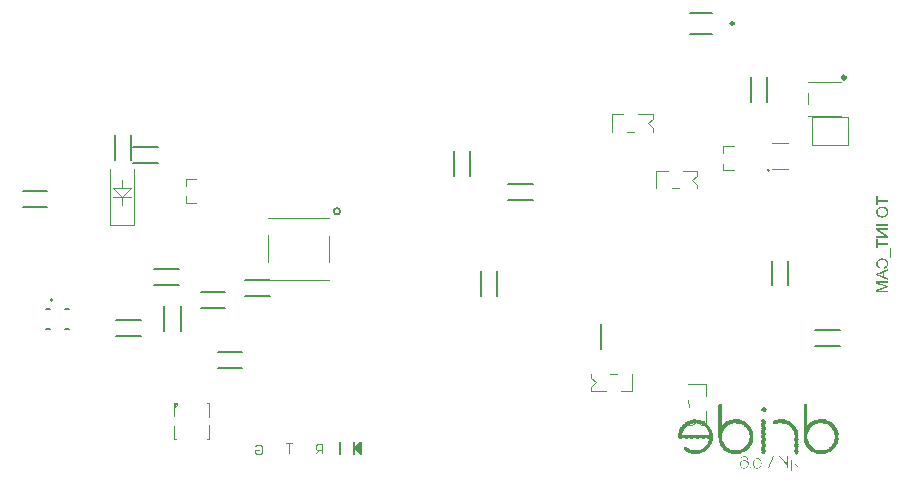
<source format=gbo>
G04*
G04 #@! TF.GenerationSoftware,Altium Limited,Altium Designer,22.2.1 (43)*
G04*
G04 Layer_Color=32896*
%FSLAX25Y25*%
%MOIN*%
G70*
G04*
G04 #@! TF.SameCoordinates,78EA78F8-FF88-446E-916A-2EA80F8DE5DB*
G04*
G04*
G04 #@! TF.FilePolarity,Positive*
G04*
G01*
G75*
%ADD11C,0.00394*%
%ADD15C,0.00787*%
%ADD16C,0.00984*%
%ADD19C,0.00591*%
%ADD20C,0.00394*%
%ADD21C,0.00602*%
%ADD23C,0.01181*%
%ADD134C,0.00500*%
G36*
X261151Y23949D02*
X261293D01*
Y23807D01*
X261718D01*
Y23665D01*
X261859D01*
Y23524D01*
Y23382D01*
Y23241D01*
X262001D01*
Y23099D01*
X261859D01*
Y22957D01*
Y22816D01*
Y22674D01*
X261718D01*
Y22532D01*
X261576D01*
Y22391D01*
X261435D01*
Y22249D01*
X261293D01*
Y22391D01*
X261151D01*
Y22249D01*
X260726D01*
Y22391D01*
X260585D01*
Y22532D01*
X260301D01*
Y22674D01*
Y22816D01*
X260160D01*
Y22957D01*
Y23099D01*
Y23241D01*
X260301D01*
Y23382D01*
X260160D01*
Y23524D01*
X260301D01*
Y23665D01*
X260443D01*
Y23807D01*
X260585D01*
Y23949D01*
X260726D01*
Y24091D01*
X260868D01*
Y23949D01*
X261010D01*
Y24091D01*
X261151D01*
Y23949D01*
D02*
G37*
G36*
X267577Y19916D02*
X267719D01*
Y19774D01*
X267861D01*
Y19916D01*
X268002D01*
Y19774D01*
X268427D01*
Y19633D01*
X268569D01*
Y19491D01*
X268711D01*
Y19633D01*
X268852D01*
Y19491D01*
X269277D01*
Y19349D01*
X269419D01*
Y19208D01*
X269561D01*
Y19066D01*
X269702D01*
Y18924D01*
X269844D01*
Y19066D01*
X269986D01*
Y18924D01*
X270127D01*
Y18783D01*
X270269D01*
Y18641D01*
X270410D01*
Y18499D01*
X270552D01*
Y18358D01*
X270694D01*
Y18216D01*
X270835D01*
Y18074D01*
X270977D01*
Y17933D01*
X271119D01*
Y17791D01*
X271260D01*
Y17649D01*
X271402D01*
Y17508D01*
X271544D01*
Y17366D01*
Y17224D01*
X271685D01*
Y17083D01*
Y16941D01*
X271827D01*
Y16799D01*
X271969D01*
Y16658D01*
X272110D01*
Y16516D01*
X271969D01*
Y16375D01*
X272110D01*
Y16233D01*
X272252D01*
Y16091D01*
Y15949D01*
Y15808D01*
X272394D01*
Y15666D01*
X272252D01*
Y15525D01*
X272394D01*
Y15383D01*
Y15241D01*
Y15100D01*
X272535D01*
Y14958D01*
Y14816D01*
Y14675D01*
Y14533D01*
Y14391D01*
Y14250D01*
Y14108D01*
Y13966D01*
Y13825D01*
X272677D01*
Y13683D01*
X272535D01*
Y13541D01*
Y13400D01*
Y13258D01*
X272677D01*
Y13116D01*
X272535D01*
Y12975D01*
Y12833D01*
Y12691D01*
X272677D01*
Y12550D01*
X272535D01*
Y12408D01*
Y12267D01*
Y12125D01*
X272677D01*
Y11983D01*
X272535D01*
Y11841D01*
Y11700D01*
Y11558D01*
X272677D01*
Y11417D01*
X272535D01*
Y11275D01*
Y11133D01*
Y10992D01*
X272677D01*
Y10850D01*
X272535D01*
Y10708D01*
Y10567D01*
Y10425D01*
X272677D01*
Y10283D01*
X272535D01*
Y10142D01*
Y10000D01*
Y9858D01*
X272677D01*
Y9717D01*
X272535D01*
Y9575D01*
Y9433D01*
Y9292D01*
X272677D01*
Y9150D01*
X272535D01*
Y9008D01*
Y8867D01*
Y8725D01*
Y8584D01*
X272394D01*
Y8442D01*
Y8300D01*
X271969D01*
Y8158D01*
X271827D01*
Y8300D01*
X271402D01*
Y8442D01*
X271260D01*
Y8584D01*
Y8725D01*
Y8867D01*
X271119D01*
Y9008D01*
X271260D01*
Y9150D01*
X271119D01*
Y9292D01*
X271260D01*
Y9433D01*
X271119D01*
Y9575D01*
X271260D01*
Y9717D01*
X271119D01*
Y9858D01*
X271260D01*
Y10000D01*
X271119D01*
Y10142D01*
X271260D01*
Y10283D01*
X271119D01*
Y10425D01*
X271260D01*
Y10567D01*
X271119D01*
Y10708D01*
X271260D01*
Y10850D01*
X271119D01*
Y10992D01*
X271260D01*
Y11133D01*
X271119D01*
Y11275D01*
X271260D01*
Y11417D01*
X271119D01*
Y11558D01*
X271260D01*
Y11700D01*
X271119D01*
Y11841D01*
X271260D01*
Y11983D01*
X271119D01*
Y12125D01*
X271260D01*
Y12267D01*
X271119D01*
Y12408D01*
X271260D01*
Y12550D01*
X271119D01*
Y12691D01*
X271260D01*
Y12833D01*
X271119D01*
Y12975D01*
X271260D01*
Y13116D01*
X271119D01*
Y13258D01*
X271260D01*
Y13400D01*
X271119D01*
Y13541D01*
X271260D01*
Y13683D01*
X271119D01*
Y13825D01*
X271260D01*
Y13966D01*
X271119D01*
Y14108D01*
X271260D01*
Y14250D01*
X271119D01*
Y14391D01*
X271260D01*
Y14533D01*
X271119D01*
Y14675D01*
X271260D01*
Y14816D01*
X271119D01*
Y14958D01*
X271260D01*
Y15100D01*
X271119D01*
Y15241D01*
Y15383D01*
Y15525D01*
X270977D01*
Y15666D01*
X270835D01*
Y15808D01*
X270977D01*
Y15949D01*
X270835D01*
Y16091D01*
X270694D01*
Y16233D01*
X270552D01*
Y16375D01*
X270694D01*
Y16516D01*
X270552D01*
Y16658D01*
X270410D01*
Y16799D01*
X270269D01*
Y16941D01*
X270127D01*
Y17083D01*
X269986D01*
Y17224D01*
X269844D01*
Y17366D01*
X269702D01*
Y17508D01*
X269561D01*
Y17649D01*
X269419D01*
Y17791D01*
X269277D01*
Y17933D01*
X269135D01*
Y18074D01*
X268994D01*
Y17933D01*
X268852D01*
Y18074D01*
X268711D01*
Y18216D01*
X268569D01*
Y18358D01*
X268144D01*
Y18499D01*
X267719D01*
Y18641D01*
X267577D01*
Y18499D01*
X267436D01*
Y18641D01*
X267294D01*
Y18499D01*
X267152D01*
Y18641D01*
X266727D01*
Y18783D01*
X266586D01*
Y18641D01*
X266161D01*
Y18783D01*
X266019D01*
Y18641D01*
X266161D01*
Y18499D01*
X266019D01*
Y18641D01*
X265878D01*
Y18499D01*
X265736D01*
Y18641D01*
X265594D01*
Y18499D01*
X265169D01*
Y18358D01*
X265028D01*
Y18216D01*
X264886D01*
Y18358D01*
X264744D01*
Y18216D01*
X264319D01*
Y18358D01*
X264178D01*
Y18499D01*
X264036D01*
Y18641D01*
X263894D01*
Y18783D01*
Y18924D01*
Y19066D01*
X264036D01*
Y19208D01*
Y19349D01*
Y19491D01*
X264461D01*
Y19633D01*
X264886D01*
Y19774D01*
X265311D01*
Y19916D01*
X265453D01*
Y19774D01*
X265594D01*
Y19916D01*
X265736D01*
Y20057D01*
X265878D01*
Y19916D01*
X266019D01*
Y20057D01*
X266161D01*
Y19916D01*
X266302D01*
Y20057D01*
X266444D01*
Y19916D01*
X266586D01*
Y20057D01*
X266727D01*
Y19916D01*
X266869D01*
Y20057D01*
X267011D01*
Y19916D01*
X267152D01*
Y20057D01*
X267294D01*
Y19916D01*
X267436D01*
Y20057D01*
X267577D01*
Y19916D01*
D02*
G37*
G36*
X261061D02*
X261203D01*
Y19774D01*
X261486D01*
Y19633D01*
Y19491D01*
X261628D01*
Y19349D01*
X261486D01*
Y19208D01*
X261628D01*
Y19066D01*
X261486D01*
Y18924D01*
X261628D01*
Y18783D01*
X261486D01*
Y18641D01*
X261628D01*
Y18499D01*
X261486D01*
Y18358D01*
X261628D01*
Y18216D01*
X261486D01*
Y18074D01*
X261628D01*
Y17933D01*
X261486D01*
Y17791D01*
X261628D01*
Y17649D01*
X261486D01*
Y17508D01*
X261628D01*
Y17366D01*
X261486D01*
Y17224D01*
X261628D01*
Y17083D01*
X261486D01*
Y16941D01*
X261628D01*
Y16799D01*
X261486D01*
Y16658D01*
X261628D01*
Y16516D01*
X261486D01*
Y16375D01*
X261628D01*
Y16233D01*
X261486D01*
Y16091D01*
X261628D01*
Y15949D01*
X261486D01*
Y15808D01*
X261628D01*
Y15666D01*
X261486D01*
Y15525D01*
X261628D01*
Y15383D01*
X261486D01*
Y15241D01*
X261628D01*
Y15100D01*
X261486D01*
Y14958D01*
X261628D01*
Y14816D01*
X261486D01*
Y14675D01*
X261628D01*
Y14533D01*
X261486D01*
Y14391D01*
X261628D01*
Y14250D01*
X261486D01*
Y14108D01*
X261628D01*
Y13966D01*
X261486D01*
Y13825D01*
X261628D01*
Y13683D01*
X261486D01*
Y13541D01*
X261628D01*
Y13400D01*
X261486D01*
Y13258D01*
X261628D01*
Y13116D01*
X261486D01*
Y12975D01*
X261628D01*
Y12833D01*
X261486D01*
Y12691D01*
X261628D01*
Y12550D01*
X261486D01*
Y12408D01*
X261628D01*
Y12267D01*
X261486D01*
Y12125D01*
X261628D01*
Y11983D01*
X261486D01*
Y11841D01*
X261628D01*
Y11700D01*
X261486D01*
Y11558D01*
X261628D01*
Y11417D01*
X261486D01*
Y11275D01*
X261628D01*
Y11133D01*
X261486D01*
Y10992D01*
X261628D01*
Y10850D01*
X261486D01*
Y10708D01*
X261628D01*
Y10567D01*
X261486D01*
Y10425D01*
X261628D01*
Y10283D01*
X261486D01*
Y10142D01*
X261628D01*
Y10000D01*
X261486D01*
Y9858D01*
X261628D01*
Y9717D01*
X261486D01*
Y9575D01*
X261628D01*
Y9433D01*
X261486D01*
Y9292D01*
X261628D01*
Y9150D01*
X261486D01*
Y9008D01*
X261628D01*
Y8867D01*
X261486D01*
Y8725D01*
X261628D01*
Y8584D01*
X261486D01*
Y8442D01*
X261345D01*
Y8300D01*
X260636D01*
Y8442D01*
X260495D01*
Y8584D01*
X260353D01*
Y8725D01*
X260211D01*
Y8867D01*
Y9008D01*
Y9150D01*
X260353D01*
Y9292D01*
X260211D01*
Y9433D01*
Y9575D01*
Y9717D01*
X260353D01*
Y9858D01*
X260211D01*
Y10000D01*
Y10142D01*
Y10283D01*
X260353D01*
Y10425D01*
X260211D01*
Y10567D01*
Y10708D01*
Y10850D01*
X260353D01*
Y10992D01*
X260211D01*
Y11133D01*
X260353D01*
Y11275D01*
X260211D01*
Y11417D01*
X260353D01*
Y11558D01*
X260211D01*
Y11700D01*
Y11841D01*
Y11983D01*
X260353D01*
Y12125D01*
X260211D01*
Y12267D01*
Y12408D01*
Y12550D01*
X260353D01*
Y12691D01*
X260211D01*
Y12833D01*
Y12975D01*
Y13116D01*
X260353D01*
Y13258D01*
X260211D01*
Y13400D01*
X260353D01*
Y13541D01*
X260211D01*
Y13683D01*
X260353D01*
Y13825D01*
X260211D01*
Y13966D01*
Y14108D01*
Y14250D01*
X260353D01*
Y14391D01*
X260211D01*
Y14533D01*
Y14675D01*
Y14816D01*
X260353D01*
Y14958D01*
X260211D01*
Y15100D01*
Y15241D01*
Y15383D01*
X260353D01*
Y15525D01*
X260211D01*
Y15666D01*
X260353D01*
Y15808D01*
X260211D01*
Y15949D01*
X260353D01*
Y16091D01*
X260211D01*
Y16233D01*
Y16375D01*
Y16516D01*
X260353D01*
Y16658D01*
X260211D01*
Y16799D01*
Y16941D01*
Y17083D01*
X260353D01*
Y17224D01*
X260211D01*
Y17366D01*
Y17508D01*
Y17649D01*
X260353D01*
Y17791D01*
X260211D01*
Y17933D01*
X260353D01*
Y18074D01*
X260211D01*
Y18216D01*
X260353D01*
Y18358D01*
X260211D01*
Y18499D01*
Y18641D01*
Y18783D01*
X260353D01*
Y18924D01*
X260211D01*
Y19066D01*
Y19208D01*
Y19349D01*
X260353D01*
Y19491D01*
X260211D01*
Y19633D01*
X260353D01*
Y19774D01*
X260495D01*
Y19916D01*
X260636D01*
Y20057D01*
X260778D01*
Y19916D01*
X260920D01*
Y20057D01*
X261061D01*
Y19916D01*
D02*
G37*
G36*
X239105Y19774D02*
X239530D01*
Y19633D01*
X239671D01*
Y19774D01*
X239813D01*
Y19633D01*
X239955D01*
Y19491D01*
X240380D01*
Y19349D01*
X240521D01*
Y19491D01*
X240663D01*
Y19349D01*
X240805D01*
Y19208D01*
X241230D01*
Y19066D01*
Y18924D01*
X241513D01*
Y18783D01*
X241654D01*
Y18641D01*
X241796D01*
Y18499D01*
X241938D01*
Y18358D01*
X242221D01*
Y18216D01*
Y18074D01*
X242505D01*
Y17933D01*
Y17791D01*
X242646D01*
Y17649D01*
X242788D01*
Y17508D01*
X242929D01*
Y17366D01*
X243071D01*
Y17224D01*
X243213D01*
Y17083D01*
Y16941D01*
Y16799D01*
X243354D01*
Y16658D01*
X243496D01*
Y16516D01*
Y16375D01*
Y16233D01*
X243638D01*
Y16091D01*
X243779D01*
Y15949D01*
X243638D01*
Y15808D01*
X243779D01*
Y15666D01*
Y15525D01*
Y15383D01*
X243921D01*
Y15241D01*
Y15100D01*
Y14958D01*
X244063D01*
Y14816D01*
X243921D01*
Y14675D01*
X244063D01*
Y14533D01*
X243921D01*
Y14391D01*
X244063D01*
Y14250D01*
X243921D01*
Y14108D01*
X244063D01*
Y13966D01*
X243921D01*
Y13825D01*
X244063D01*
Y13683D01*
X243921D01*
Y13541D01*
X244063D01*
Y13400D01*
X243921D01*
Y13258D01*
Y13116D01*
Y12975D01*
Y12833D01*
Y12691D01*
X243779D01*
Y12550D01*
Y12408D01*
Y12267D01*
X243638D01*
Y12125D01*
X243779D01*
Y11983D01*
X243638D01*
Y11841D01*
X243496D01*
Y11700D01*
X243354D01*
Y11558D01*
X243496D01*
Y11417D01*
X243354D01*
Y11275D01*
X243213D01*
Y11133D01*
X243071D01*
Y10992D01*
Y10850D01*
X242929D01*
Y10708D01*
Y10567D01*
X242788D01*
Y10425D01*
X242646D01*
Y10283D01*
X242505D01*
Y10142D01*
X242363D01*
Y10000D01*
X242221D01*
Y9858D01*
X242079D01*
Y9717D01*
X241938D01*
Y9575D01*
X241796D01*
Y9433D01*
X241654D01*
Y9292D01*
X241513D01*
Y9433D01*
X241371D01*
Y9292D01*
X241513D01*
Y9150D01*
X241088D01*
Y9008D01*
X240946D01*
Y8867D01*
X240521D01*
Y8725D01*
X240380D01*
Y8584D01*
X239671D01*
Y8442D01*
X239530D01*
Y8300D01*
X239388D01*
Y8442D01*
X239246D01*
Y8300D01*
X239105D01*
Y8442D01*
X238963D01*
Y8300D01*
X237405D01*
Y8442D01*
X237263D01*
Y8300D01*
X237122D01*
Y8442D01*
X236697D01*
Y8584D01*
X235988D01*
Y8725D01*
X235847D01*
Y8867D01*
X235422D01*
Y9008D01*
X235280D01*
Y9150D01*
X234997D01*
Y9292D01*
Y9433D01*
X234572D01*
Y9575D01*
X234430D01*
Y9717D01*
X234289D01*
Y9858D01*
Y10000D01*
Y10142D01*
Y10283D01*
Y10425D01*
X234430D01*
Y10567D01*
X234572D01*
Y10708D01*
X234714D01*
Y10850D01*
X234855D01*
Y10708D01*
X234997D01*
Y10850D01*
X235138D01*
Y10708D01*
X235280D01*
Y10567D01*
X235422D01*
Y10425D01*
X235847D01*
Y10283D01*
X235988D01*
Y10142D01*
X236130D01*
Y10000D01*
X236272D01*
Y9858D01*
X236413D01*
Y10000D01*
X236555D01*
Y9858D01*
X236980D01*
Y9717D01*
X237122D01*
Y9575D01*
X237263D01*
Y9717D01*
X237405D01*
Y9575D01*
X238963D01*
Y9717D01*
X239105D01*
Y9575D01*
X239246D01*
Y9717D01*
X239671D01*
Y9858D01*
X240096D01*
Y10000D01*
X240238D01*
Y10142D01*
X240663D01*
Y10283D01*
X240805D01*
Y10425D01*
X240946D01*
Y10567D01*
X241088D01*
Y10708D01*
X241230D01*
Y10850D01*
X241371D01*
Y10992D01*
X241654D01*
Y11133D01*
Y11275D01*
X241796D01*
Y11417D01*
X241938D01*
Y11558D01*
X242079D01*
Y11700D01*
X242221D01*
Y11841D01*
X242363D01*
Y11983D01*
X242221D01*
Y12125D01*
X242363D01*
Y12267D01*
X242505D01*
Y12408D01*
Y12550D01*
Y12691D01*
X242646D01*
Y12833D01*
Y12975D01*
Y13116D01*
X242788D01*
Y13258D01*
Y13400D01*
X242505D01*
Y13541D01*
X242363D01*
Y13400D01*
X242221D01*
Y13541D01*
X242079D01*
Y13400D01*
X241938D01*
Y13541D01*
X241796D01*
Y13400D01*
X241654D01*
Y13541D01*
X241513D01*
Y13400D01*
X241371D01*
Y13541D01*
X241230D01*
Y13400D01*
X241088D01*
Y13541D01*
X240946D01*
Y13400D01*
X240805D01*
Y13541D01*
X240663D01*
Y13400D01*
X240521D01*
Y13541D01*
X240380D01*
Y13400D01*
X240238D01*
Y13541D01*
X240096D01*
Y13400D01*
X239955D01*
Y13541D01*
X239813D01*
Y13400D01*
X239671D01*
Y13541D01*
X239530D01*
Y13400D01*
X239388D01*
Y13541D01*
X239246D01*
Y13400D01*
X239105D01*
Y13541D01*
X238963D01*
Y13400D01*
X238822D01*
Y13541D01*
X238680D01*
Y13400D01*
X238538D01*
Y13541D01*
X238397D01*
Y13400D01*
X238255D01*
Y13541D01*
X238113D01*
Y13400D01*
X237971D01*
Y13541D01*
X237830D01*
Y13400D01*
X237688D01*
Y13541D01*
X237547D01*
Y13400D01*
X237405D01*
Y13541D01*
X237263D01*
Y13400D01*
X237122D01*
Y13541D01*
X236980D01*
Y13400D01*
X236838D01*
Y13541D01*
X236697D01*
Y13400D01*
X236555D01*
Y13541D01*
X236413D01*
Y13400D01*
X236272D01*
Y13541D01*
X236130D01*
Y13400D01*
X235988D01*
Y13541D01*
X235847D01*
Y13400D01*
X235705D01*
Y13541D01*
X235563D01*
Y13400D01*
X235422D01*
Y13541D01*
X235280D01*
Y13400D01*
X235138D01*
Y13541D01*
X234997D01*
Y13400D01*
X234855D01*
Y13541D01*
X234714D01*
Y13400D01*
X234572D01*
Y13541D01*
X234430D01*
Y13400D01*
X234289D01*
Y13541D01*
X234147D01*
Y13400D01*
X234005D01*
Y13541D01*
X233863D01*
Y13400D01*
X233722D01*
Y13541D01*
X233580D01*
Y13400D01*
X233439D01*
Y13541D01*
X233297D01*
Y13400D01*
X233155D01*
Y13541D01*
X233014D01*
Y13400D01*
X232872D01*
Y13541D01*
X232730D01*
Y13683D01*
X232589D01*
Y13825D01*
X232447D01*
Y13966D01*
X232305D01*
Y14108D01*
X232447D01*
Y14250D01*
X232305D01*
Y14391D01*
X232447D01*
Y14533D01*
X232305D01*
Y14675D01*
X232447D01*
Y14816D01*
X232305D01*
Y14958D01*
X232447D01*
Y15100D01*
Y15241D01*
Y15383D01*
X232589D01*
Y15525D01*
Y15666D01*
Y15808D01*
X232730D01*
Y15949D01*
Y16091D01*
Y16233D01*
X232872D01*
Y16375D01*
Y16516D01*
Y16658D01*
X233014D01*
Y16799D01*
X233155D01*
Y16941D01*
X233297D01*
Y17083D01*
X233155D01*
Y17224D01*
X233297D01*
Y17366D01*
X233439D01*
Y17508D01*
X233580D01*
Y17649D01*
X233722D01*
Y17791D01*
X233863D01*
Y17933D01*
X234005D01*
Y18074D01*
X234147D01*
Y18216D01*
X234289D01*
Y18358D01*
X234430D01*
Y18499D01*
X234572D01*
Y18641D01*
X234714D01*
Y18783D01*
X234855D01*
Y18924D01*
X235280D01*
Y19066D01*
X235422D01*
Y19208D01*
X235563D01*
Y19349D01*
X235705D01*
Y19491D01*
X235847D01*
Y19349D01*
X235988D01*
Y19491D01*
X236413D01*
Y19633D01*
X236555D01*
Y19774D01*
X236697D01*
Y19633D01*
X236838D01*
Y19774D01*
X237263D01*
Y19916D01*
X237405D01*
Y19774D01*
X237547D01*
Y19916D01*
X237688D01*
Y19774D01*
X237830D01*
Y19916D01*
X237971D01*
Y19774D01*
X238113D01*
Y19916D01*
X238255D01*
Y19774D01*
X238397D01*
Y19916D01*
X238538D01*
Y19774D01*
X238680D01*
Y19916D01*
X238822D01*
Y19774D01*
X238963D01*
Y19916D01*
X239105D01*
Y19774D01*
D02*
G37*
G36*
X246613Y25015D02*
X246754D01*
Y24874D01*
X246896D01*
Y24732D01*
X247037D01*
Y24590D01*
X247179D01*
Y24449D01*
X247037D01*
Y24307D01*
X247179D01*
Y24166D01*
X247037D01*
Y24024D01*
X247179D01*
Y23882D01*
X247037D01*
Y23741D01*
X247179D01*
Y23599D01*
X247037D01*
Y23457D01*
X247179D01*
Y23315D01*
X247037D01*
Y23174D01*
X247179D01*
Y23032D01*
X247037D01*
Y22891D01*
X247179D01*
Y22749D01*
X247037D01*
Y22607D01*
X247179D01*
Y22466D01*
X247037D01*
Y22324D01*
X247179D01*
Y22182D01*
X247037D01*
Y22041D01*
X247179D01*
Y21899D01*
X247037D01*
Y21757D01*
X247179D01*
Y21616D01*
X247037D01*
Y21474D01*
X247179D01*
Y21332D01*
X247037D01*
Y21191D01*
X247179D01*
Y21049D01*
X247037D01*
Y20907D01*
X247179D01*
Y20766D01*
X247037D01*
Y20624D01*
X247179D01*
Y20482D01*
X247037D01*
Y20341D01*
X247179D01*
Y20199D01*
X247037D01*
Y20057D01*
X247179D01*
Y19916D01*
X247037D01*
Y19774D01*
X247179D01*
Y19633D01*
X247037D01*
Y19491D01*
X247179D01*
Y19349D01*
X247037D01*
Y19208D01*
X247179D01*
Y19066D01*
X247037D01*
Y18924D01*
X247179D01*
Y18783D01*
X247037D01*
Y18641D01*
X247179D01*
Y18499D01*
X247037D01*
Y18358D01*
X247179D01*
Y18216D01*
X247037D01*
Y18074D01*
X247179D01*
Y17933D01*
X247321D01*
Y18074D01*
X247462D01*
Y18216D01*
Y18358D01*
X247746D01*
Y18499D01*
X247887D01*
Y18641D01*
X248029D01*
Y18783D01*
X248171D01*
Y18924D01*
X248312D01*
Y19066D01*
X248454D01*
Y19208D01*
X248596D01*
Y19066D01*
X248737D01*
Y19208D01*
X248879D01*
Y19349D01*
X249021D01*
Y19491D01*
X249446D01*
Y19633D01*
X249870D01*
Y19774D01*
X250295D01*
Y19916D01*
X250437D01*
Y19774D01*
X250579D01*
Y19916D01*
X250720D01*
Y19774D01*
X250862D01*
Y19916D01*
X251004D01*
Y20057D01*
X251145D01*
Y19916D01*
X251287D01*
Y20057D01*
X251429D01*
Y19916D01*
X251570D01*
Y20057D01*
X251712D01*
Y19916D01*
X251854D01*
Y20057D01*
X251995D01*
Y19916D01*
X252137D01*
Y20057D01*
X252279D01*
Y19916D01*
X252704D01*
Y19774D01*
X252845D01*
Y19916D01*
X252987D01*
Y19774D01*
X253412D01*
Y19633D01*
X253554D01*
Y19774D01*
X253695D01*
Y19633D01*
X253837D01*
Y19491D01*
X254262D01*
Y19349D01*
X254403D01*
Y19208D01*
X254828D01*
Y19066D01*
X254970D01*
Y18924D01*
X255112D01*
Y18783D01*
X255253D01*
Y18641D01*
X255395D01*
Y18499D01*
X255537D01*
Y18358D01*
X255678D01*
Y18216D01*
X255820D01*
Y18074D01*
X255962D01*
Y17933D01*
X256103D01*
Y17791D01*
X256245D01*
Y17649D01*
X256387D01*
Y17508D01*
X256528D01*
Y17366D01*
Y17224D01*
X256812D01*
Y17083D01*
X256670D01*
Y16941D01*
X256812D01*
Y16799D01*
X256953D01*
Y16658D01*
X257095D01*
Y16516D01*
X256953D01*
Y16375D01*
X257095D01*
Y16233D01*
Y16091D01*
X257237D01*
Y15949D01*
Y15808D01*
X257378D01*
Y15666D01*
X257237D01*
Y15525D01*
X257378D01*
Y15383D01*
Y15241D01*
Y15100D01*
X257520D01*
Y14958D01*
X257378D01*
Y14816D01*
X257520D01*
Y14675D01*
Y14533D01*
Y14391D01*
Y14250D01*
Y14108D01*
Y13966D01*
Y13825D01*
Y13683D01*
Y13541D01*
Y13400D01*
Y13258D01*
X257378D01*
Y13116D01*
Y12975D01*
Y12833D01*
X257237D01*
Y12691D01*
X257378D01*
Y12550D01*
X257237D01*
Y12408D01*
Y12267D01*
Y12125D01*
X257095D01*
Y11983D01*
Y11841D01*
Y11700D01*
X256953D01*
Y11558D01*
Y11417D01*
X256812D01*
Y11275D01*
Y11133D01*
X256670D01*
Y10992D01*
X256528D01*
Y10850D01*
X256387D01*
Y10708D01*
X256528D01*
Y10567D01*
X256245D01*
Y10425D01*
Y10283D01*
X256103D01*
Y10142D01*
X255962D01*
Y10000D01*
X255820D01*
Y9858D01*
X255678D01*
Y9717D01*
X255537D01*
Y9575D01*
X255395D01*
Y9433D01*
X254970D01*
Y9292D01*
X254828D01*
Y9150D01*
X254687D01*
Y9008D01*
X254545D01*
Y8867D01*
X254120D01*
Y8725D01*
X253978D01*
Y8867D01*
X253837D01*
Y8725D01*
X253978D01*
Y8584D01*
X253270D01*
Y8442D01*
X253129D01*
Y8300D01*
X252987D01*
Y8442D01*
X252845D01*
Y8300D01*
X250437D01*
Y8442D01*
X250295D01*
Y8300D01*
X250154D01*
Y8442D01*
X250012D01*
Y8584D01*
X249587D01*
Y8725D01*
X249446D01*
Y8867D01*
X249304D01*
Y8725D01*
X249446D01*
Y8584D01*
X249304D01*
Y8725D01*
X249162D01*
Y8867D01*
X248737D01*
Y9008D01*
X248596D01*
Y9150D01*
X248454D01*
Y9292D01*
X248312D01*
Y9433D01*
X247887D01*
Y9575D01*
Y9717D01*
X247604D01*
Y9858D01*
X247462D01*
Y10000D01*
X247321D01*
Y10142D01*
Y10283D01*
X247037D01*
Y10425D01*
X247179D01*
Y10567D01*
X246896D01*
Y10708D01*
Y10850D01*
X246754D01*
Y10992D01*
X246613D01*
Y11133D01*
X246471D01*
Y11275D01*
Y11417D01*
Y11558D01*
X246329D01*
Y11700D01*
X246187D01*
Y11841D01*
X246329D01*
Y11983D01*
X246187D01*
Y12125D01*
X246046D01*
Y12267D01*
Y12408D01*
Y12550D01*
X245904D01*
Y12691D01*
X246046D01*
Y12833D01*
X245904D01*
Y12975D01*
Y13116D01*
Y13258D01*
X245762D01*
Y13400D01*
X245904D01*
Y13541D01*
X245762D01*
Y13683D01*
Y13825D01*
Y13966D01*
Y14108D01*
Y14250D01*
Y14391D01*
Y14533D01*
Y14675D01*
Y14816D01*
Y14958D01*
Y15100D01*
Y15241D01*
Y15383D01*
Y15525D01*
Y15666D01*
Y15808D01*
Y15949D01*
Y16091D01*
Y16233D01*
Y16375D01*
Y16516D01*
Y16658D01*
Y16799D01*
Y16941D01*
Y17083D01*
Y17224D01*
Y17366D01*
Y17508D01*
Y17649D01*
Y17791D01*
Y17933D01*
Y18074D01*
Y18216D01*
Y18358D01*
Y18499D01*
Y18641D01*
Y18783D01*
Y18924D01*
Y19066D01*
Y19208D01*
Y19349D01*
Y19491D01*
Y19633D01*
Y19774D01*
Y19916D01*
Y20057D01*
Y20199D01*
Y20341D01*
Y20482D01*
Y20624D01*
Y20766D01*
Y20907D01*
Y21049D01*
Y21191D01*
Y21332D01*
Y21474D01*
Y21616D01*
Y21757D01*
Y21899D01*
Y22041D01*
Y22182D01*
Y22324D01*
Y22466D01*
Y22607D01*
Y22749D01*
Y22891D01*
Y23032D01*
Y23174D01*
Y23315D01*
Y23457D01*
Y23599D01*
Y23741D01*
Y23882D01*
Y24024D01*
Y24166D01*
Y24307D01*
Y24449D01*
Y24590D01*
X245904D01*
Y24732D01*
Y24874D01*
X246329D01*
Y25015D01*
X246471D01*
Y25157D01*
X246613D01*
Y25015D01*
D02*
G37*
G36*
X277777Y8584D02*
X277635D01*
Y8725D01*
X277777D01*
Y8584D01*
D02*
G37*
G36*
X274943Y25015D02*
X275085D01*
Y24874D01*
X275368D01*
Y24732D01*
Y24590D01*
X275510D01*
Y24449D01*
Y24307D01*
Y24166D01*
Y24024D01*
Y23882D01*
Y23741D01*
Y23599D01*
Y23457D01*
Y23315D01*
Y23174D01*
Y23032D01*
Y22891D01*
Y22749D01*
Y22607D01*
Y22466D01*
Y22324D01*
Y22182D01*
Y22041D01*
Y21899D01*
Y21757D01*
Y21616D01*
Y21474D01*
Y21332D01*
Y21191D01*
Y21049D01*
Y20907D01*
Y20766D01*
Y20624D01*
Y20482D01*
Y20341D01*
Y20199D01*
Y20057D01*
Y19916D01*
Y19774D01*
Y19633D01*
Y19491D01*
Y19349D01*
Y19208D01*
Y19066D01*
Y18924D01*
Y18783D01*
Y18641D01*
Y18499D01*
Y18358D01*
Y18216D01*
Y18074D01*
Y17933D01*
X275652D01*
Y18074D01*
X275793D01*
Y18216D01*
X275935D01*
Y18358D01*
X276077D01*
Y18499D01*
X276218D01*
Y18641D01*
X276360D01*
Y18783D01*
X276502D01*
Y18924D01*
X276926D01*
Y19066D01*
X277068D01*
Y19208D01*
X277210D01*
Y19349D01*
X277351D01*
Y19491D01*
X277777D01*
Y19633D01*
X277918D01*
Y19491D01*
X278060D01*
Y19633D01*
X278201D01*
Y19774D01*
X278626D01*
Y19916D01*
X278768D01*
Y19774D01*
X278910D01*
Y19916D01*
X279051D01*
Y19774D01*
X279193D01*
Y19916D01*
X279335D01*
Y20057D01*
X279476D01*
Y19916D01*
X279618D01*
Y20057D01*
X279760D01*
Y19916D01*
X279901D01*
Y20057D01*
X280043D01*
Y19916D01*
X280185D01*
Y20057D01*
X280326D01*
Y19916D01*
X280468D01*
Y20057D01*
X280610D01*
Y19916D01*
X280751D01*
Y20057D01*
X280893D01*
Y19916D01*
X281034D01*
Y20057D01*
X281176D01*
Y19916D01*
X281318D01*
Y19774D01*
X281459D01*
Y19916D01*
X281601D01*
Y19774D01*
X282026D01*
Y19633D01*
X282168D01*
Y19491D01*
X282309D01*
Y19633D01*
X282451D01*
Y19491D01*
X282593D01*
Y19349D01*
X282734D01*
Y19491D01*
X282876D01*
Y19349D01*
X283018D01*
Y19208D01*
X283159D01*
Y19066D01*
X283301D01*
Y18924D01*
X283726D01*
Y18783D01*
X283868D01*
Y18641D01*
X284009D01*
Y18499D01*
X284151D01*
Y18358D01*
X284293D01*
Y18216D01*
X284434D01*
Y18074D01*
X284576D01*
Y17933D01*
X284717D01*
Y17791D01*
X284859D01*
Y17649D01*
X284717D01*
Y17508D01*
X284859D01*
Y17366D01*
X285001D01*
Y17224D01*
X285142D01*
Y17083D01*
X285284D01*
Y16941D01*
X285426D01*
Y16799D01*
X285284D01*
Y16658D01*
X285426D01*
Y16516D01*
X285567D01*
Y16375D01*
Y16233D01*
Y16091D01*
X285709D01*
Y15949D01*
Y15808D01*
Y15666D01*
X285851D01*
Y15525D01*
Y15383D01*
Y15241D01*
X285992D01*
Y15100D01*
X285851D01*
Y14958D01*
X285992D01*
Y14816D01*
X285851D01*
Y14675D01*
X285992D01*
Y14533D01*
X285851D01*
Y14391D01*
X285992D01*
Y14250D01*
X285851D01*
Y14108D01*
X285992D01*
Y13966D01*
X285851D01*
Y13825D01*
X285992D01*
Y13683D01*
X285851D01*
Y13541D01*
X285992D01*
Y13400D01*
X285851D01*
Y13258D01*
X285992D01*
Y13116D01*
X285851D01*
Y12975D01*
Y12833D01*
Y12691D01*
X285709D01*
Y12550D01*
Y12408D01*
Y12267D01*
X285567D01*
Y12125D01*
X285709D01*
Y11983D01*
X285567D01*
Y11841D01*
X285426D01*
Y11700D01*
Y11558D01*
Y11417D01*
X285284D01*
Y11275D01*
X285142D01*
Y11133D01*
X285001D01*
Y10992D01*
X285142D01*
Y10850D01*
X285001D01*
Y10708D01*
X284859D01*
Y10567D01*
X284717D01*
Y10425D01*
X284576D01*
Y10283D01*
X284434D01*
Y10142D01*
X284293D01*
Y10000D01*
X284151D01*
Y9858D01*
X284009D01*
Y9717D01*
X283868D01*
Y9575D01*
X283726D01*
Y9433D01*
X283584D01*
Y9292D01*
X283443D01*
Y9150D01*
X283018D01*
Y9008D01*
X282876D01*
Y8867D01*
X282451D01*
Y8725D01*
X282309D01*
Y8584D01*
X281885D01*
Y8442D01*
X281459D01*
Y8300D01*
X278768D01*
Y8442D01*
X278626D01*
Y8300D01*
X278485D01*
Y8442D01*
X278343D01*
Y8584D01*
X277918D01*
Y8725D01*
X277777D01*
Y8867D01*
X277351D01*
Y9008D01*
X276926D01*
Y9150D01*
X276785D01*
Y9292D01*
X276643D01*
Y9433D01*
X276502D01*
Y9575D01*
X276360D01*
Y9717D01*
X276077D01*
Y9858D01*
Y10000D01*
X275935D01*
Y10142D01*
X275793D01*
Y10283D01*
X275652D01*
Y10425D01*
X275510D01*
Y10567D01*
X275368D01*
Y10708D01*
X275227D01*
Y10850D01*
X275085D01*
Y10992D01*
Y11133D01*
X274943D01*
Y11275D01*
Y11417D01*
X274802D01*
Y11558D01*
Y11700D01*
X274660D01*
Y11841D01*
Y11983D01*
X274518D01*
Y12125D01*
Y12267D01*
Y12408D01*
X274377D01*
Y12550D01*
Y12691D01*
Y12833D01*
X274235D01*
Y12975D01*
X274377D01*
Y13116D01*
X274235D01*
Y13258D01*
X274377D01*
Y13400D01*
X274235D01*
Y13541D01*
Y13683D01*
Y13825D01*
X274377D01*
Y13966D01*
X274235D01*
Y14108D01*
Y14250D01*
Y14391D01*
X274377D01*
Y14533D01*
X274235D01*
Y14675D01*
Y14816D01*
Y14958D01*
X274377D01*
Y15100D01*
X274235D01*
Y15241D01*
Y15383D01*
Y15525D01*
X274377D01*
Y15666D01*
X274235D01*
Y15808D01*
Y15949D01*
Y16091D01*
X274377D01*
Y16233D01*
X274235D01*
Y16375D01*
Y16516D01*
Y16658D01*
X274377D01*
Y16799D01*
X274235D01*
Y16941D01*
Y17083D01*
Y17224D01*
X274377D01*
Y17366D01*
X274235D01*
Y17508D01*
Y17649D01*
Y17791D01*
X274377D01*
Y17933D01*
X274235D01*
Y18074D01*
Y18216D01*
Y18358D01*
X274377D01*
Y18499D01*
X274235D01*
Y18641D01*
Y18783D01*
Y18924D01*
X274377D01*
Y19066D01*
X274235D01*
Y19208D01*
Y19349D01*
Y19491D01*
X274377D01*
Y19633D01*
X274235D01*
Y19774D01*
Y19916D01*
Y20057D01*
X274377D01*
Y20199D01*
X274235D01*
Y20341D01*
Y20482D01*
Y20624D01*
X274377D01*
Y20766D01*
X274235D01*
Y20907D01*
Y21049D01*
Y21191D01*
X274377D01*
Y21332D01*
X274235D01*
Y21474D01*
Y21616D01*
Y21757D01*
X274377D01*
Y21899D01*
X274235D01*
Y22041D01*
Y22182D01*
Y22324D01*
X274377D01*
Y22466D01*
X274235D01*
Y22607D01*
Y22749D01*
Y22891D01*
X274377D01*
Y23032D01*
X274235D01*
Y23174D01*
Y23315D01*
Y23457D01*
X274377D01*
Y23599D01*
X274235D01*
Y23741D01*
Y23882D01*
Y24024D01*
X274377D01*
Y24166D01*
X274235D01*
Y24307D01*
Y24449D01*
Y24590D01*
X274377D01*
Y24732D01*
Y24874D01*
X274660D01*
Y25015D01*
X274802D01*
Y25157D01*
X274943D01*
Y25015D01*
D02*
G37*
G36*
X298989Y92995D02*
X302374D01*
Y92484D01*
X298989D01*
Y91219D01*
X298534D01*
Y94260D01*
X298989D01*
Y92995D01*
D02*
G37*
G36*
X300698Y90836D02*
X300870Y90813D01*
X301037Y90780D01*
X301109Y90758D01*
X301181Y90736D01*
X301242Y90719D01*
X301298Y90697D01*
X301348Y90680D01*
X301392Y90664D01*
X301425Y90653D01*
X301448Y90641D01*
X301464Y90630D01*
X301470D01*
X301631Y90536D01*
X301769Y90436D01*
X301891Y90325D01*
X301991Y90220D01*
X302075Y90125D01*
X302108Y90086D01*
X302130Y90053D01*
X302152Y90020D01*
X302169Y89998D01*
X302175Y89986D01*
X302180Y89981D01*
X302224Y89898D01*
X302263Y89814D01*
X302330Y89648D01*
X302374Y89487D01*
X302408Y89337D01*
X302419Y89265D01*
X302424Y89204D01*
X302435Y89148D01*
Y89099D01*
X302441Y89065D01*
Y89010D01*
X302430Y88827D01*
X302402Y88655D01*
X302369Y88494D01*
X302347Y88421D01*
X302324Y88355D01*
X302302Y88294D01*
X302280Y88238D01*
X302263Y88194D01*
X302247Y88155D01*
X302230Y88122D01*
X302219Y88094D01*
X302208Y88083D01*
Y88077D01*
X302108Y87922D01*
X301997Y87789D01*
X301880Y87678D01*
X301769Y87583D01*
X301664Y87506D01*
X301625Y87478D01*
X301586Y87456D01*
X301553Y87433D01*
X301531Y87422D01*
X301514Y87411D01*
X301509D01*
X301420Y87367D01*
X301331Y87334D01*
X301153Y87273D01*
X300976Y87228D01*
X300815Y87200D01*
X300743Y87195D01*
X300676Y87184D01*
X300615Y87178D01*
X300565D01*
X300521Y87173D01*
X300493D01*
X300471D01*
X300465D01*
X300254Y87184D01*
X300060Y87206D01*
X299971Y87223D01*
X299882Y87245D01*
X299805Y87267D01*
X299733Y87284D01*
X299666Y87306D01*
X299605Y87328D01*
X299555Y87345D01*
X299511Y87367D01*
X299477Y87378D01*
X299455Y87389D01*
X299438Y87400D01*
X299433D01*
X299272Y87489D01*
X299128Y87594D01*
X299006Y87705D01*
X298906Y87805D01*
X298828Y87900D01*
X298795Y87944D01*
X298767Y87977D01*
X298750Y88011D01*
X298734Y88033D01*
X298728Y88044D01*
X298723Y88050D01*
X298678Y88133D01*
X298639Y88216D01*
X298573Y88377D01*
X298528Y88543D01*
X298500Y88688D01*
X298489Y88754D01*
X298478Y88821D01*
X298473Y88871D01*
Y88921D01*
X298467Y88960D01*
Y89010D01*
X298473Y89160D01*
X298489Y89298D01*
X298517Y89432D01*
X298550Y89559D01*
X298595Y89676D01*
X298639Y89787D01*
X298689Y89887D01*
X298739Y89975D01*
X298789Y90059D01*
X298839Y90131D01*
X298883Y90192D01*
X298928Y90242D01*
X298961Y90281D01*
X298989Y90314D01*
X299006Y90331D01*
X299011Y90336D01*
X299116Y90425D01*
X299227Y90503D01*
X299350Y90575D01*
X299472Y90630D01*
X299599Y90680D01*
X299722Y90725D01*
X299844Y90758D01*
X299960Y90780D01*
X300071Y90802D01*
X300177Y90819D01*
X300271Y90830D01*
X300349Y90841D01*
X300415D01*
X300465Y90847D01*
X300499D01*
X300504D01*
X300510D01*
X300698Y90836D01*
D02*
G37*
G36*
X302374Y84431D02*
X298534D01*
Y84942D01*
X302374D01*
Y84431D01*
D02*
G37*
G36*
Y83049D02*
X299361D01*
X302374Y81040D01*
Y80513D01*
X298534D01*
Y81001D01*
X301553D01*
X298534Y83016D01*
Y83537D01*
X302374D01*
Y83049D01*
D02*
G37*
G36*
X298989Y78681D02*
X302374D01*
Y78171D01*
X298989D01*
Y76905D01*
X298534D01*
Y79947D01*
X298989D01*
Y78681D01*
D02*
G37*
G36*
X303440Y73753D02*
X303101D01*
Y76877D01*
X303440D01*
Y73753D01*
D02*
G37*
G36*
X300626Y73531D02*
X300820Y73509D01*
X300992Y73481D01*
X301076Y73459D01*
X301148Y73442D01*
X301214Y73425D01*
X301275Y73403D01*
X301331Y73386D01*
X301375Y73375D01*
X301409Y73359D01*
X301436Y73353D01*
X301453Y73342D01*
X301459D01*
X301625Y73259D01*
X301775Y73164D01*
X301903Y73065D01*
X301953Y73015D01*
X302003Y72970D01*
X302047Y72926D01*
X302086Y72881D01*
X302119Y72843D01*
X302141Y72809D01*
X302164Y72787D01*
X302180Y72765D01*
X302186Y72754D01*
X302191Y72748D01*
X302236Y72671D01*
X302274Y72593D01*
X302336Y72426D01*
X302380Y72260D01*
X302408Y72099D01*
X302419Y72021D01*
X302430Y71955D01*
X302435Y71894D01*
Y71843D01*
X302441Y71799D01*
Y71738D01*
X302435Y71627D01*
X302424Y71522D01*
X302413Y71422D01*
X302391Y71327D01*
X302363Y71239D01*
X302336Y71155D01*
X302308Y71078D01*
X302274Y71005D01*
X302247Y70944D01*
X302219Y70883D01*
X302191Y70839D01*
X302164Y70795D01*
X302141Y70767D01*
X302130Y70739D01*
X302119Y70728D01*
X302114Y70722D01*
X302047Y70645D01*
X301980Y70578D01*
X301903Y70517D01*
X301825Y70456D01*
X301670Y70356D01*
X301514Y70278D01*
X301442Y70245D01*
X301375Y70217D01*
X301314Y70195D01*
X301264Y70179D01*
X301220Y70162D01*
X301187Y70151D01*
X301165Y70145D01*
X301159D01*
X301031Y70656D01*
X301120Y70678D01*
X301203Y70706D01*
X301281Y70733D01*
X301353Y70761D01*
X301420Y70795D01*
X301475Y70828D01*
X301531Y70867D01*
X301581Y70900D01*
X301625Y70928D01*
X301658Y70961D01*
X301692Y70989D01*
X301719Y71011D01*
X301736Y71033D01*
X301753Y71050D01*
X301758Y71055D01*
X301764Y71061D01*
X301808Y71117D01*
X301842Y71178D01*
X301903Y71300D01*
X301947Y71416D01*
X301975Y71533D01*
X301997Y71633D01*
X302003Y71671D01*
Y71710D01*
X302008Y71744D01*
Y71782D01*
X302003Y71910D01*
X301980Y72032D01*
X301953Y72143D01*
X301919Y72243D01*
X301886Y72321D01*
X301869Y72354D01*
X301858Y72382D01*
X301847Y72404D01*
X301836Y72421D01*
X301831Y72432D01*
Y72437D01*
X301753Y72543D01*
X301670Y72632D01*
X301575Y72709D01*
X301486Y72770D01*
X301409Y72820D01*
X301342Y72854D01*
X301314Y72865D01*
X301298Y72876D01*
X301287Y72881D01*
X301281D01*
X301137Y72926D01*
X300992Y72959D01*
X300848Y72987D01*
X300715Y73004D01*
X300654Y73009D01*
X300598Y73015D01*
X300548D01*
X300510Y73020D01*
X300476D01*
X300448D01*
X300432D01*
X300426D01*
X300282Y73015D01*
X300149Y73004D01*
X300027Y72981D01*
X299916Y72959D01*
X299821Y72942D01*
X299782Y72931D01*
X299749Y72920D01*
X299722Y72915D01*
X299705Y72909D01*
X299694Y72904D01*
X299688D01*
X299560Y72848D01*
X299444Y72787D01*
X299350Y72720D01*
X299266Y72648D01*
X299200Y72587D01*
X299155Y72537D01*
X299128Y72498D01*
X299116Y72493D01*
Y72487D01*
X299044Y72371D01*
X298989Y72243D01*
X298950Y72121D01*
X298928Y72004D01*
X298911Y71899D01*
X298906Y71855D01*
Y71816D01*
X298900Y71788D01*
Y71744D01*
X298906Y71605D01*
X298928Y71477D01*
X298961Y71372D01*
X298994Y71277D01*
X299033Y71205D01*
X299061Y71150D01*
X299083Y71117D01*
X299094Y71105D01*
X299178Y71017D01*
X299272Y70933D01*
X299372Y70867D01*
X299472Y70811D01*
X299560Y70767D01*
X299605Y70750D01*
X299638Y70739D01*
X299666Y70728D01*
X299688Y70717D01*
X299699Y70711D01*
X299705D01*
X299588Y70212D01*
X299488Y70245D01*
X299400Y70278D01*
X299316Y70323D01*
X299233Y70362D01*
X299161Y70406D01*
X299094Y70456D01*
X299028Y70500D01*
X298972Y70545D01*
X298928Y70589D01*
X298883Y70628D01*
X298845Y70667D01*
X298817Y70695D01*
X298789Y70722D01*
X298772Y70745D01*
X298767Y70756D01*
X298761Y70761D01*
X298711Y70839D01*
X298661Y70917D01*
X298623Y70994D01*
X298589Y71078D01*
X298539Y71244D01*
X298506Y71394D01*
X298489Y71466D01*
X298484Y71527D01*
X298478Y71588D01*
X298473Y71638D01*
X298467Y71677D01*
Y71732D01*
X298478Y71916D01*
X298506Y72093D01*
X298539Y72249D01*
X298562Y72321D01*
X298584Y72387D01*
X298606Y72448D01*
X298628Y72504D01*
X298645Y72548D01*
X298661Y72593D01*
X298678Y72620D01*
X298689Y72643D01*
X298695Y72659D01*
X298700Y72665D01*
X298795Y72815D01*
X298906Y72942D01*
X299017Y73053D01*
X299128Y73148D01*
X299227Y73220D01*
X299272Y73248D01*
X299311Y73270D01*
X299339Y73292D01*
X299361Y73303D01*
X299377Y73309D01*
X299383Y73314D01*
X299555Y73392D01*
X299733Y73448D01*
X299910Y73486D01*
X300071Y73514D01*
X300143Y73525D01*
X300215Y73531D01*
X300271Y73536D01*
X300326D01*
X300365Y73542D01*
X300399D01*
X300421D01*
X300426D01*
X300626Y73531D01*
D02*
G37*
G36*
X302374Y69402D02*
X301209Y68985D01*
Y67376D01*
X302374Y66926D01*
Y66349D01*
X298534Y67920D01*
Y68475D01*
X302374Y69940D01*
Y69402D01*
D02*
G37*
G36*
Y65467D02*
X299105D01*
X302374Y64357D01*
Y63902D01*
X299161Y62780D01*
X302374D01*
Y62292D01*
X298534D01*
Y62975D01*
X301209Y63896D01*
X301353Y63946D01*
X301475Y63985D01*
X301581Y64024D01*
X301670Y64051D01*
X301736Y64073D01*
X301786Y64090D01*
X301814Y64096D01*
X301825Y64101D01*
X301747Y64123D01*
X301658Y64151D01*
X301564Y64184D01*
X301470Y64212D01*
X301386Y64240D01*
X301320Y64262D01*
X301292Y64273D01*
X301275Y64279D01*
X301264Y64284D01*
X301259D01*
X298534Y65195D01*
Y65955D01*
X302374D01*
Y65467D01*
D02*
G37*
G36*
X254518Y7647D02*
X254598Y7639D01*
X254707Y7618D01*
X254824Y7588D01*
X254955Y7537D01*
X255086Y7472D01*
X255217Y7377D01*
X255232Y7362D01*
X255268Y7326D01*
X255334Y7260D01*
X255407Y7166D01*
X255487Y7049D01*
X255567Y6903D01*
X255655Y6736D01*
X255728Y6539D01*
Y6532D01*
X255735Y6510D01*
X255742Y6480D01*
X255757Y6437D01*
X255771Y6378D01*
X255786Y6313D01*
X255801Y6240D01*
X255815Y6145D01*
X255837Y6050D01*
X255852Y5941D01*
X255866Y5824D01*
X255881Y5693D01*
X255895Y5555D01*
X255903Y5409D01*
X255910Y5256D01*
Y5095D01*
Y5088D01*
Y5074D01*
Y5052D01*
Y5015D01*
X255903Y4971D01*
Y4920D01*
X255888Y4804D01*
X255866Y4673D01*
X255830Y4534D01*
X255786Y4388D01*
X255720Y4250D01*
Y4242D01*
X255713Y4235D01*
X255684Y4191D01*
X255640Y4126D01*
X255582Y4046D01*
X255509Y3958D01*
X255414Y3863D01*
X255312Y3776D01*
X255195Y3696D01*
X255188D01*
X255181Y3688D01*
X255137Y3667D01*
X255072Y3637D01*
X254977Y3601D01*
X254875Y3564D01*
X254744Y3535D01*
X254605Y3513D01*
X254459Y3506D01*
X254394D01*
X254313Y3513D01*
X254219Y3528D01*
X254109Y3550D01*
X253985Y3586D01*
X253861Y3630D01*
X253737Y3688D01*
X253730D01*
X253723Y3696D01*
X253686Y3725D01*
X253628Y3768D01*
X253555Y3827D01*
X253475Y3900D01*
X253388Y3987D01*
X253300Y4082D01*
X253227Y4199D01*
Y4206D01*
X253220Y4213D01*
X253198Y4257D01*
X253162Y4323D01*
X253125Y4410D01*
X253096Y4512D01*
X253060Y4636D01*
X253038Y4767D01*
X253030Y4913D01*
Y4920D01*
Y4928D01*
Y4950D01*
Y4979D01*
X253038Y5052D01*
X253052Y5146D01*
X253074Y5248D01*
X253111Y5365D01*
X253154Y5489D01*
X253220Y5613D01*
Y5620D01*
X253227Y5627D01*
X253256Y5664D01*
X253300Y5722D01*
X253351Y5795D01*
X253424Y5875D01*
X253512Y5963D01*
X253614Y6050D01*
X253730Y6123D01*
X253745Y6131D01*
X253788Y6152D01*
X253854Y6189D01*
X253942Y6225D01*
X254044Y6254D01*
X254160Y6291D01*
X254299Y6313D01*
X254437Y6320D01*
X254488D01*
X254547Y6313D01*
X254627Y6306D01*
X254714Y6291D01*
X254809Y6269D01*
X254919Y6240D01*
X255020Y6196D01*
X255035Y6189D01*
X255064Y6174D01*
X255115Y6145D01*
X255181Y6109D01*
X255254Y6058D01*
X255334Y5999D01*
X255414Y5934D01*
X255494Y5853D01*
X255502Y5846D01*
X255523Y5817D01*
X255553Y5773D01*
X255589Y5715D01*
X255626Y5649D01*
X255647Y5569D01*
X255669Y5489D01*
Y5496D01*
X255662Y5555D01*
Y5613D01*
X255655Y5686D01*
X255647Y5766D01*
X255633Y5934D01*
X255604Y6116D01*
X255567Y6298D01*
X255516Y6480D01*
Y6488D01*
X255509Y6502D01*
X255502Y6524D01*
X255487Y6561D01*
X255451Y6641D01*
X255400Y6743D01*
X255341Y6859D01*
X255261Y6976D01*
X255174Y7085D01*
X255079Y7188D01*
X255064Y7195D01*
X255028Y7224D01*
X254970Y7260D01*
X254897Y7311D01*
X254802Y7355D01*
X254693Y7392D01*
X254576Y7421D01*
X254445Y7428D01*
X254386D01*
X254321Y7421D01*
X254240Y7406D01*
X254146Y7377D01*
X254044Y7348D01*
X253934Y7297D01*
X253832Y7231D01*
X253818Y7224D01*
X253788Y7195D01*
X253737Y7151D01*
X253679Y7093D01*
X253621Y7013D01*
X253555Y6918D01*
X253497Y6808D01*
X253446Y6685D01*
X253242Y6743D01*
Y6750D01*
X253249Y6765D01*
X253256Y6787D01*
X253264Y6816D01*
X253300Y6896D01*
X253351Y6998D01*
X253410Y7107D01*
X253490Y7217D01*
X253584Y7326D01*
X253701Y7421D01*
X253716Y7428D01*
X253759Y7457D01*
X253825Y7494D01*
X253912Y7537D01*
X254022Y7581D01*
X254153Y7618D01*
X254292Y7647D01*
X254445Y7654D01*
X254488D01*
X254518Y7647D01*
D02*
G37*
G36*
X268901Y3564D02*
X268675D01*
Y4826D01*
X267829Y5708D01*
X266152Y3564D01*
X265919D01*
X267683Y5839D01*
X265999Y7625D01*
X266240D01*
X268675Y5066D01*
Y7625D01*
X268901D01*
Y3564D01*
D02*
G37*
G36*
X262595D02*
X262391D01*
X260656Y7625D01*
X260874D01*
X262493Y3820D01*
X264119Y7625D01*
X264330D01*
X262595Y3564D01*
D02*
G37*
G36*
X256741D02*
X256515D01*
Y4024D01*
X256741D01*
Y3564D01*
D02*
G37*
G36*
X258979Y6940D02*
X259118Y6910D01*
X259249Y6874D01*
X259351Y6830D01*
X259446Y6787D01*
X259511Y6750D01*
X259555Y6721D01*
X259562Y6714D01*
X259570D01*
X259686Y6626D01*
X259781Y6524D01*
X259868Y6422D01*
X259941Y6320D01*
X260000Y6233D01*
X260036Y6167D01*
X260051Y6138D01*
X260065Y6116D01*
X260072Y6109D01*
Y6101D01*
X260131Y5956D01*
X260175Y5802D01*
X260204Y5657D01*
X260226Y5518D01*
X260240Y5401D01*
Y5350D01*
X260247Y5307D01*
Y5278D01*
Y5248D01*
Y5234D01*
Y5227D01*
X260240Y5044D01*
X260218Y4877D01*
X260189Y4724D01*
X260160Y4592D01*
X260131Y4483D01*
X260116Y4439D01*
X260102Y4403D01*
X260087Y4374D01*
X260080Y4352D01*
X260072Y4344D01*
Y4337D01*
X260000Y4199D01*
X259919Y4082D01*
X259832Y3973D01*
X259752Y3885D01*
X259679Y3820D01*
X259620Y3768D01*
X259584Y3732D01*
X259570Y3725D01*
X259446Y3652D01*
X259314Y3601D01*
X259190Y3557D01*
X259081Y3535D01*
X258979Y3521D01*
X258899Y3513D01*
X258870Y3506D01*
X258833D01*
X258680Y3513D01*
X258542Y3543D01*
X258418Y3579D01*
X258308Y3616D01*
X258221Y3659D01*
X258155Y3688D01*
X258112Y3717D01*
X258097Y3725D01*
X257980Y3820D01*
X257878Y3914D01*
X257791Y4016D01*
X257725Y4118D01*
X257667Y4206D01*
X257623Y4272D01*
X257609Y4301D01*
X257601Y4323D01*
X257594Y4330D01*
Y4337D01*
X257536Y4483D01*
X257492Y4636D01*
X257455Y4789D01*
X257434Y4928D01*
X257419Y5044D01*
Y5095D01*
X257412Y5139D01*
Y5175D01*
Y5205D01*
Y5219D01*
Y5227D01*
X257419Y5401D01*
X257441Y5569D01*
X257470Y5715D01*
X257499Y5846D01*
X257536Y5956D01*
X257550Y5999D01*
X257565Y6036D01*
X257579Y6065D01*
X257587Y6087D01*
X257594Y6094D01*
Y6101D01*
X257667Y6240D01*
X257747Y6364D01*
X257827Y6466D01*
X257907Y6553D01*
X257980Y6619D01*
X258046Y6670D01*
X258082Y6706D01*
X258090Y6714D01*
X258097D01*
X258221Y6794D01*
X258345Y6852D01*
X258469Y6889D01*
X258585Y6918D01*
X258687Y6932D01*
X258760Y6947D01*
X258833D01*
X258979Y6940D01*
D02*
G37*
G36*
X272290Y4133D02*
Y3965D01*
X270264D01*
Y2857D01*
X270031D01*
Y3965D01*
X269542D01*
Y4184D01*
X270031D01*
Y6852D01*
X270198D01*
X272290Y4133D01*
D02*
G37*
%LPC*%
G36*
X238397Y18783D02*
X238255D01*
Y18641D01*
X237830D01*
Y18783D01*
X237688D01*
Y18641D01*
X237547D01*
Y18499D01*
X237405D01*
Y18641D01*
X237263D01*
Y18499D01*
X236838D01*
Y18358D01*
X236413D01*
Y18216D01*
X236272D01*
Y18074D01*
X236130D01*
Y18216D01*
X235988D01*
Y18074D01*
X235847D01*
Y17933D01*
X235705D01*
Y17791D01*
X235563D01*
Y17649D01*
X235280D01*
Y17508D01*
X235138D01*
Y17366D01*
X234997D01*
Y17224D01*
Y17083D01*
X234714D01*
Y16941D01*
Y16799D01*
X234572D01*
Y16658D01*
X234430D01*
Y16516D01*
X234289D01*
Y16375D01*
Y16233D01*
Y16091D01*
X234147D01*
Y15949D01*
X234005D01*
Y15808D01*
Y15666D01*
Y15525D01*
X233863D01*
Y15383D01*
X233722D01*
Y15241D01*
X233863D01*
Y15100D01*
X233722D01*
Y14958D01*
X233863D01*
Y14816D01*
X234005D01*
Y14675D01*
X234147D01*
Y14816D01*
X234289D01*
Y14675D01*
X234430D01*
Y14816D01*
X234572D01*
Y14675D01*
X234714D01*
Y14816D01*
X234855D01*
Y14675D01*
X234997D01*
Y14816D01*
X235138D01*
Y14675D01*
X235280D01*
Y14816D01*
X235422D01*
Y14675D01*
X235563D01*
Y14816D01*
X235705D01*
Y14675D01*
X235847D01*
Y14816D01*
X235988D01*
Y14675D01*
X236130D01*
Y14816D01*
X236272D01*
Y14675D01*
X236413D01*
Y14816D01*
X236555D01*
Y14675D01*
X236697D01*
Y14816D01*
X236838D01*
Y14675D01*
X236980D01*
Y14816D01*
X237122D01*
Y14675D01*
X237263D01*
Y14816D01*
X237405D01*
Y14675D01*
X237547D01*
Y14816D01*
X237688D01*
Y14675D01*
X237830D01*
Y14816D01*
X237971D01*
Y14675D01*
X238113D01*
Y14816D01*
X238255D01*
Y14675D01*
X238397D01*
Y14816D01*
X238538D01*
Y14675D01*
X238680D01*
Y14816D01*
X238822D01*
Y14675D01*
X238963D01*
Y14816D01*
X239105D01*
Y14675D01*
X239246D01*
Y14816D01*
X239388D01*
Y14675D01*
X239530D01*
Y14816D01*
X239671D01*
Y14675D01*
X239813D01*
Y14816D01*
X239955D01*
Y14675D01*
X240096D01*
Y14816D01*
X240238D01*
Y14675D01*
X240380D01*
Y14816D01*
X240521D01*
Y14675D01*
X240663D01*
Y14816D01*
X240805D01*
Y14675D01*
X240946D01*
Y14816D01*
X241088D01*
Y14675D01*
X241230D01*
Y14816D01*
X241371D01*
Y14675D01*
X241513D01*
Y14816D01*
X241654D01*
Y14675D01*
X241796D01*
Y14816D01*
X241938D01*
Y14675D01*
X242079D01*
Y14816D01*
X242221D01*
Y14675D01*
X242363D01*
Y14816D01*
X242505D01*
Y14675D01*
X242646D01*
Y14816D01*
X242788D01*
Y14958D01*
Y15100D01*
Y15241D01*
X242646D01*
Y15383D01*
X242505D01*
Y15525D01*
X242646D01*
Y15666D01*
X242505D01*
Y15808D01*
X242363D01*
Y15949D01*
Y16091D01*
Y16233D01*
X242221D01*
Y16375D01*
X242079D01*
Y16516D01*
X241938D01*
Y16658D01*
X242079D01*
Y16799D01*
X241938D01*
Y16941D01*
X241796D01*
Y17083D01*
X241654D01*
Y17224D01*
X241513D01*
Y17366D01*
X241371D01*
Y17508D01*
X241230D01*
Y17649D01*
X241088D01*
Y17791D01*
X240946D01*
Y17933D01*
X240521D01*
Y18074D01*
X240380D01*
Y18216D01*
X239955D01*
Y18358D01*
X239813D01*
Y18499D01*
X239105D01*
Y18641D01*
X238963D01*
Y18499D01*
X238822D01*
Y18641D01*
X238397D01*
Y18783D01*
D02*
G37*
G36*
X233863Y14816D02*
X233722D01*
Y14675D01*
X233863D01*
Y14816D01*
D02*
G37*
G36*
X251995Y18783D02*
X251854D01*
Y18641D01*
X251995D01*
Y18499D01*
X251854D01*
Y18641D01*
X251429D01*
Y18499D01*
X251287D01*
Y18641D01*
X250862D01*
Y18499D01*
X250154D01*
Y18358D01*
X250012D01*
Y18216D01*
X249587D01*
Y18074D01*
X249446D01*
Y17933D01*
X249021D01*
Y17791D01*
X248879D01*
Y17649D01*
X248737D01*
Y17508D01*
X248596D01*
Y17366D01*
X248454D01*
Y17224D01*
X248312D01*
Y17083D01*
X248171D01*
Y16941D01*
X248029D01*
Y16799D01*
X247887D01*
Y16658D01*
Y16516D01*
X247746D01*
Y16375D01*
Y16233D01*
X247604D01*
Y16091D01*
X247462D01*
Y15949D01*
Y15808D01*
Y15666D01*
X247321D01*
Y15525D01*
Y15383D01*
Y15241D01*
X247179D01*
Y15100D01*
Y14958D01*
Y14816D01*
X247037D01*
Y14675D01*
X247179D01*
Y14533D01*
X247037D01*
Y14391D01*
X247179D01*
Y14250D01*
X247037D01*
Y14108D01*
X247179D01*
Y13966D01*
X247037D01*
Y13825D01*
X247179D01*
Y13683D01*
X247037D01*
Y13541D01*
X247179D01*
Y13400D01*
X247037D01*
Y13258D01*
X247179D01*
Y13116D01*
Y12975D01*
Y12833D01*
X247321D01*
Y12691D01*
X247462D01*
Y12550D01*
X247321D01*
Y12408D01*
X247462D01*
Y12267D01*
X247604D01*
Y12125D01*
X247746D01*
Y11983D01*
X247604D01*
Y11841D01*
X247746D01*
Y11700D01*
X247887D01*
Y11558D01*
X248029D01*
Y11417D01*
Y11275D01*
X248171D01*
Y11133D01*
Y10992D01*
X248454D01*
Y10850D01*
Y10708D01*
X248737D01*
Y10567D01*
Y10425D01*
X249162D01*
Y10283D01*
X249304D01*
Y10142D01*
X249729D01*
Y10000D01*
X249870D01*
Y9858D01*
X250295D01*
Y9717D01*
X250437D01*
Y9858D01*
X250579D01*
Y9717D01*
X250720D01*
Y9575D01*
X250862D01*
Y9717D01*
X251004D01*
Y9575D01*
X252562D01*
Y9717D01*
X252704D01*
Y9858D01*
X252845D01*
Y9717D01*
X252987D01*
Y9858D01*
X253412D01*
Y10000D01*
X253554D01*
Y10142D01*
X253695D01*
Y10000D01*
X253837D01*
Y10142D01*
X253978D01*
Y10283D01*
X254120D01*
Y10425D01*
X254545D01*
Y10567D01*
Y10708D01*
X254828D01*
Y10850D01*
Y10992D01*
X255112D01*
Y11133D01*
Y11275D01*
X255253D01*
Y11417D01*
Y11558D01*
X255395D01*
Y11700D01*
X255537D01*
Y11841D01*
X255678D01*
Y11983D01*
Y12125D01*
Y12267D01*
X255820D01*
Y12408D01*
X255962D01*
Y12550D01*
X255820D01*
Y12691D01*
X255962D01*
Y12833D01*
X256103D01*
Y12975D01*
X255962D01*
Y13116D01*
X256103D01*
Y13258D01*
X256245D01*
Y13400D01*
X256103D01*
Y13541D01*
X256245D01*
Y13683D01*
X256103D01*
Y13825D01*
X256245D01*
Y13966D01*
X256103D01*
Y14108D01*
X256245D01*
Y14250D01*
X256103D01*
Y14391D01*
X256245D01*
Y14533D01*
X256103D01*
Y14675D01*
X256245D01*
Y14816D01*
X256103D01*
Y14958D01*
Y15100D01*
Y15241D01*
X255962D01*
Y15383D01*
Y15525D01*
Y15666D01*
X255820D01*
Y15808D01*
X255962D01*
Y15949D01*
X255820D01*
Y16091D01*
X255678D01*
Y16233D01*
X255537D01*
Y16375D01*
Y16516D01*
X255395D01*
Y16658D01*
Y16799D01*
X255253D01*
Y16941D01*
X255112D01*
Y17083D01*
X254970D01*
Y17224D01*
X254828D01*
Y17366D01*
X254687D01*
Y17508D01*
X254545D01*
Y17649D01*
X254403D01*
Y17791D01*
X254262D01*
Y17933D01*
X253837D01*
Y18074D01*
X253695D01*
Y18216D01*
X253270D01*
Y18358D01*
X253129D01*
Y18499D01*
X252420D01*
Y18641D01*
X252279D01*
Y18499D01*
X252137D01*
Y18641D01*
X251995D01*
Y18783D01*
D02*
G37*
G36*
X247179Y17933D02*
X247037D01*
Y17791D01*
X247179D01*
Y17933D01*
D02*
G37*
G36*
X280326Y18783D02*
X280185D01*
Y18641D01*
X279760D01*
Y18499D01*
X279618D01*
Y18641D01*
X279193D01*
Y18499D01*
X278485D01*
Y18358D01*
X278343D01*
Y18216D01*
X277918D01*
Y18074D01*
X277777D01*
Y17933D01*
X277351D01*
Y17791D01*
X277210D01*
Y17649D01*
X277068D01*
Y17508D01*
X276926D01*
Y17366D01*
X276785D01*
Y17224D01*
X276643D01*
Y17083D01*
X276502D01*
Y16941D01*
X276360D01*
Y16799D01*
Y16658D01*
Y16516D01*
X276218D01*
Y16375D01*
X276077D01*
Y16233D01*
X275935D01*
Y16091D01*
X276077D01*
Y15949D01*
X275935D01*
Y15808D01*
X275793D01*
Y15666D01*
Y15525D01*
Y15383D01*
X275652D01*
Y15241D01*
Y15100D01*
Y14958D01*
X275510D01*
Y14816D01*
X275652D01*
Y14675D01*
X275510D01*
Y14533D01*
Y14391D01*
Y14250D01*
Y14108D01*
Y13966D01*
Y13825D01*
Y13683D01*
Y13541D01*
Y13400D01*
X275652D01*
Y13258D01*
Y13116D01*
Y12975D01*
X275793D01*
Y12833D01*
X275652D01*
Y12691D01*
X275793D01*
Y12550D01*
X275935D01*
Y12408D01*
Y12267D01*
Y12125D01*
X276077D01*
Y11983D01*
Y11841D01*
X276218D01*
Y11700D01*
Y11558D01*
X276360D01*
Y11417D01*
X276502D01*
Y11275D01*
X276643D01*
Y11133D01*
X276785D01*
Y10992D01*
X276926D01*
Y10850D01*
X277068D01*
Y10708D01*
X277210D01*
Y10567D01*
X277351D01*
Y10425D01*
X277493D01*
Y10283D01*
X277635D01*
Y10142D01*
X278060D01*
Y10000D01*
X278201D01*
Y9858D01*
X278626D01*
Y9717D01*
X278768D01*
Y9858D01*
X278910D01*
Y9717D01*
X279051D01*
Y9575D01*
X279193D01*
Y9717D01*
X279335D01*
Y9575D01*
X280893D01*
Y9717D01*
X281034D01*
Y9575D01*
X281176D01*
Y9717D01*
X281318D01*
Y9858D01*
X282026D01*
Y10000D01*
X282168D01*
Y10142D01*
X282593D01*
Y10283D01*
Y10425D01*
X282876D01*
Y10567D01*
X283018D01*
Y10708D01*
X283159D01*
Y10850D01*
X283301D01*
Y10992D01*
X283443D01*
Y11133D01*
X283584D01*
Y11275D01*
X283726D01*
Y11417D01*
Y11558D01*
X284009D01*
Y11700D01*
X283868D01*
Y11841D01*
X284009D01*
Y11983D01*
X284151D01*
Y12125D01*
X284293D01*
Y12267D01*
X284151D01*
Y12408D01*
X284293D01*
Y12550D01*
X284434D01*
Y12691D01*
Y12833D01*
Y12975D01*
X284576D01*
Y13116D01*
X284434D01*
Y13258D01*
X284576D01*
Y13400D01*
Y13541D01*
Y13683D01*
Y13825D01*
Y13966D01*
X284717D01*
Y14108D01*
X284576D01*
Y14250D01*
X284717D01*
Y14391D01*
X284576D01*
Y14533D01*
Y14675D01*
Y14816D01*
X284434D01*
Y14958D01*
X284576D01*
Y15100D01*
X284434D01*
Y15241D01*
X284576D01*
Y15383D01*
X284434D01*
Y15525D01*
Y15666D01*
Y15808D01*
X284293D01*
Y15949D01*
X284151D01*
Y16091D01*
Y16233D01*
X284009D01*
Y16375D01*
Y16516D01*
X283868D01*
Y16658D01*
X283726D01*
Y16799D01*
X283584D01*
Y16941D01*
Y17083D01*
X283301D01*
Y17224D01*
X283443D01*
Y17366D01*
X283018D01*
Y17508D01*
X283159D01*
Y17649D01*
X282734D01*
Y17791D01*
X282593D01*
Y17933D01*
X282451D01*
Y18074D01*
X282309D01*
Y18216D01*
X281885D01*
Y18358D01*
X281743D01*
Y18499D01*
X281601D01*
Y18358D01*
X281743D01*
Y18216D01*
X281601D01*
Y18358D01*
X281459D01*
Y18499D01*
X281034D01*
Y18641D01*
X280893D01*
Y18499D01*
X280751D01*
Y18641D01*
X280326D01*
Y18783D01*
D02*
G37*
G36*
X300582Y90325D02*
X300543D01*
X300521D01*
X300515D01*
X300360Y90320D01*
X300215Y90308D01*
X300077Y90292D01*
X299955Y90264D01*
X299844Y90236D01*
X299744Y90203D01*
X299649Y90164D01*
X299572Y90131D01*
X299500Y90092D01*
X299438Y90059D01*
X299389Y90025D01*
X299350Y89998D01*
X299316Y89970D01*
X299294Y89953D01*
X299283Y89942D01*
X299277Y89937D01*
X299211Y89864D01*
X299155Y89787D01*
X299105Y89709D01*
X299061Y89626D01*
X299028Y89548D01*
X298994Y89470D01*
X298950Y89326D01*
X298939Y89259D01*
X298928Y89198D01*
X298917Y89148D01*
X298911Y89099D01*
X298906Y89060D01*
Y89010D01*
X298911Y88871D01*
X298933Y88738D01*
X298967Y88621D01*
X299000Y88521D01*
X299039Y88438D01*
X299056Y88405D01*
X299067Y88377D01*
X299083Y88349D01*
X299089Y88333D01*
X299100Y88327D01*
Y88322D01*
X299178Y88216D01*
X299266Y88122D01*
X299355Y88038D01*
X299444Y87972D01*
X299522Y87922D01*
X299588Y87883D01*
X299610Y87872D01*
X299627Y87861D01*
X299638Y87855D01*
X299644D01*
X299777Y87800D01*
X299921Y87761D01*
X300055Y87733D01*
X300182Y87717D01*
X300243Y87705D01*
X300293Y87700D01*
X300343D01*
X300382Y87694D01*
X300415D01*
X300437D01*
X300454D01*
X300460D01*
X300593Y87700D01*
X300721Y87711D01*
X300843Y87728D01*
X300954Y87750D01*
X301054Y87783D01*
X301148Y87811D01*
X301237Y87844D01*
X301314Y87878D01*
X301381Y87916D01*
X301442Y87950D01*
X301492Y87977D01*
X301531Y88005D01*
X301564Y88033D01*
X301592Y88050D01*
X301603Y88061D01*
X301608Y88066D01*
X301681Y88138D01*
X301742Y88216D01*
X301792Y88294D01*
X301842Y88371D01*
X301880Y88449D01*
X301908Y88532D01*
X301936Y88604D01*
X301958Y88682D01*
X301975Y88749D01*
X301986Y88815D01*
X301997Y88871D01*
X302003Y88921D01*
Y88960D01*
X302008Y88987D01*
Y89015D01*
X302003Y89121D01*
X301991Y89221D01*
X301969Y89309D01*
X301947Y89398D01*
X301914Y89481D01*
X301880Y89559D01*
X301847Y89631D01*
X301808Y89698D01*
X301769Y89753D01*
X301736Y89803D01*
X301703Y89848D01*
X301670Y89887D01*
X301647Y89914D01*
X301625Y89937D01*
X301614Y89948D01*
X301608Y89953D01*
X301531Y90020D01*
X301448Y90075D01*
X301359Y90125D01*
X301270Y90170D01*
X301176Y90203D01*
X301087Y90236D01*
X300909Y90281D01*
X300832Y90292D01*
X300754Y90303D01*
X300687Y90314D01*
X300632Y90320D01*
X300582Y90325D01*
D02*
G37*
G36*
X300793Y68835D02*
X299672Y68419D01*
X299533Y68369D01*
X299400Y68330D01*
X299277Y68291D01*
X299166Y68264D01*
X299072Y68242D01*
X299033Y68230D01*
X298994Y68225D01*
X298972Y68214D01*
X298950D01*
X298939Y68208D01*
X298933D01*
X299061Y68169D01*
X299194Y68125D01*
X299327Y68081D01*
X299455Y68036D01*
X299511Y68014D01*
X299566Y67997D01*
X299616Y67981D01*
X299655Y67964D01*
X299688Y67953D01*
X299716Y67942D01*
X299733Y67936D01*
X299738D01*
X300793Y67537D01*
Y68835D01*
D02*
G37*
G36*
X254452Y6094D02*
X254401D01*
X254335Y6087D01*
X254255Y6072D01*
X254168Y6058D01*
X254065Y6028D01*
X253963Y5985D01*
X253861Y5934D01*
X253847Y5926D01*
X253818Y5904D01*
X253767Y5868D01*
X253708Y5817D01*
X253635Y5759D01*
X253562Y5678D01*
X253497Y5598D01*
X253431Y5496D01*
X253424Y5482D01*
X253402Y5452D01*
X253380Y5394D01*
X253344Y5321D01*
X253315Y5234D01*
X253293Y5132D01*
X253271Y5022D01*
X253264Y4906D01*
Y4891D01*
Y4855D01*
X253271Y4789D01*
X253286Y4709D01*
X253300Y4622D01*
X253329Y4519D01*
X253373Y4410D01*
X253424Y4308D01*
X253431Y4293D01*
X253453Y4264D01*
X253490Y4213D01*
X253541Y4155D01*
X253599Y4082D01*
X253672Y4016D01*
X253759Y3943D01*
X253854Y3878D01*
X253869Y3871D01*
X253898Y3856D01*
X253956Y3827D01*
X254029Y3805D01*
X254117Y3776D01*
X254211Y3747D01*
X254328Y3732D01*
X254445Y3725D01*
X254503D01*
X254561Y3732D01*
X254642Y3747D01*
X254736Y3761D01*
X254838Y3790D01*
X254940Y3834D01*
X255050Y3885D01*
X255064Y3892D01*
X255093Y3914D01*
X255145Y3951D01*
X255203Y4002D01*
X255276Y4060D01*
X255349Y4133D01*
X255421Y4220D01*
X255487Y4315D01*
X255494Y4330D01*
X255509Y4366D01*
X255538Y4417D01*
X255567Y4490D01*
X255596Y4578D01*
X255626Y4680D01*
X255640Y4796D01*
X255647Y4913D01*
Y4920D01*
Y4928D01*
Y4964D01*
X255640Y5030D01*
X255626Y5110D01*
X255611Y5197D01*
X255582Y5300D01*
X255538Y5401D01*
X255487Y5504D01*
X255480Y5518D01*
X255458Y5547D01*
X255421Y5598D01*
X255370Y5657D01*
X255312Y5730D01*
X255232Y5802D01*
X255145Y5868D01*
X255050Y5934D01*
X255035Y5941D01*
X254999Y5956D01*
X254948Y5985D01*
X254868Y6014D01*
X254780Y6043D01*
X254678Y6072D01*
X254569Y6087D01*
X254452Y6094D01*
D02*
G37*
G36*
X258892Y6721D02*
X258833D01*
X258702Y6714D01*
X258585Y6692D01*
X258483Y6663D01*
X258388Y6626D01*
X258316Y6590D01*
X258257Y6561D01*
X258228Y6539D01*
X258214Y6532D01*
X258119Y6459D01*
X258031Y6371D01*
X257958Y6284D01*
X257900Y6203D01*
X257856Y6123D01*
X257820Y6065D01*
X257798Y6021D01*
X257791Y6014D01*
Y6007D01*
X257740Y5875D01*
X257703Y5744D01*
X257674Y5613D01*
X257660Y5489D01*
X257645Y5387D01*
X257638Y5300D01*
Y5270D01*
Y5248D01*
Y5234D01*
Y5227D01*
X257645Y5066D01*
X257660Y4913D01*
X257689Y4775D01*
X257711Y4658D01*
X257740Y4563D01*
X257769Y4490D01*
X257776Y4468D01*
X257783Y4447D01*
X257791Y4439D01*
Y4432D01*
X257849Y4315D01*
X257922Y4206D01*
X257995Y4118D01*
X258061Y4046D01*
X258119Y3987D01*
X258170Y3943D01*
X258199Y3914D01*
X258214Y3907D01*
X258316Y3849D01*
X258418Y3805D01*
X258527Y3768D01*
X258622Y3747D01*
X258709Y3732D01*
X258775Y3725D01*
X258833D01*
X258957Y3732D01*
X259074Y3754D01*
X259176Y3783D01*
X259271Y3820D01*
X259344Y3849D01*
X259395Y3878D01*
X259431Y3900D01*
X259446Y3907D01*
X259540Y3987D01*
X259628Y4067D01*
X259701Y4155D01*
X259759Y4242D01*
X259803Y4315D01*
X259839Y4374D01*
X259861Y4417D01*
X259868Y4432D01*
X259919Y4563D01*
X259956Y4702D01*
X259985Y4833D01*
X260000Y4957D01*
X260014Y5066D01*
Y5110D01*
X260021Y5154D01*
Y5183D01*
Y5205D01*
Y5219D01*
Y5227D01*
X260014Y5387D01*
X260000Y5533D01*
X259970Y5671D01*
X259941Y5781D01*
X259919Y5875D01*
X259890Y5948D01*
X259876Y5992D01*
X259868Y5999D01*
Y6007D01*
X259803Y6131D01*
X259737Y6233D01*
X259664Y6320D01*
X259599Y6400D01*
X259540Y6459D01*
X259489Y6495D01*
X259460Y6524D01*
X259446Y6532D01*
X259344Y6597D01*
X259234Y6641D01*
X259132Y6677D01*
X259037Y6699D01*
X258957Y6714D01*
X258892Y6721D01*
D02*
G37*
G36*
X270264Y6532D02*
Y4184D01*
X272021D01*
X270264Y6532D01*
D02*
G37*
%LPD*%
D11*
X233937Y102664D02*
X238717D01*
Y101164D02*
Y102664D01*
X237217Y99664D02*
X238717Y101164D01*
X237217Y99664D02*
X238717Y98164D01*
Y97664D02*
Y98164D01*
X230261Y96868D02*
X232560Y96898D01*
X225117Y96864D02*
Y102664D01*
X228917D01*
X238717Y96864D02*
Y97664D01*
X241670Y17970D02*
Y22750D01*
X240170Y17970D02*
X241670D01*
X238670Y19470D02*
X240170Y17970D01*
X237170D02*
X238670Y19470D01*
X236670Y17970D02*
X237170D01*
X235874Y26426D02*
X235904Y24127D01*
X235870Y31570D02*
X241670D01*
Y27770D02*
Y31570D01*
X235870Y17970D02*
X236670D01*
X203460Y29360D02*
X208240D01*
X203460D02*
Y30860D01*
X204960Y32360D01*
X203460Y33860D02*
X204960Y32360D01*
X203460Y33860D02*
Y34360D01*
X209617Y35126D02*
X211916Y35156D01*
X217060Y29360D02*
Y35160D01*
X213260Y29360D02*
X217060D01*
X203460Y34360D02*
Y35160D01*
X223940Y115820D02*
Y116620D01*
X210340Y121620D02*
X214140D01*
X210340Y115820D02*
Y121620D01*
X215484Y115824D02*
X217783Y115854D01*
X223940Y116620D02*
Y117120D01*
X222440Y118620D02*
X223940Y117120D01*
X222440Y118620D02*
X223940Y120120D01*
Y121620D01*
X219160D02*
X223940D01*
X68248Y92004D02*
Y94288D01*
Y92004D02*
X71792D01*
X68248Y97792D02*
Y100075D01*
X71792D01*
X64375Y13421D02*
X65162D01*
X75399D02*
X76187D01*
Y17871D01*
X64375Y25233D02*
X65162D01*
X64375Y21060D02*
Y25233D01*
Y13421D02*
Y17792D01*
X76187Y20823D02*
Y25233D01*
X75399D02*
X76187D01*
X95628Y81264D02*
X95667Y72288D01*
X95667Y66461D02*
X116139D01*
X116139Y72485D02*
Y81067D01*
X95667Y86933D02*
X116139D01*
X275825Y132431D02*
X286849D01*
X275825Y121013D02*
X286849D01*
X275825Y128647D02*
X275826Y124867D01*
X50947Y84803D02*
Y103429D01*
X44047Y93929D02*
X50047D01*
X44047Y96929D02*
X47047Y93929D01*
X44047Y96929D02*
X50047D01*
X47047Y93929D02*
X50047Y96929D01*
X47047Y91417D02*
Y93929D01*
Y96929D02*
Y99646D01*
X43147Y84803D02*
Y103465D01*
Y84803D02*
X50947D01*
X288940Y111204D02*
Y120652D01*
X277128Y111204D02*
X288940D01*
X277128D02*
Y120652D01*
X288940D01*
X247548Y110935D02*
X251092D01*
X247548Y108652D02*
Y110935D01*
Y102864D02*
X251092D01*
X247548D02*
Y105148D01*
D15*
X23957Y59764D02*
G03*
X23957Y59764I-394J0D01*
G01*
X124802Y10317D02*
X126790Y12305D01*
X124802Y10317D02*
X126751Y8368D01*
X119661Y8355D02*
X119667Y12258D01*
X124224Y8356D02*
X124229Y12259D01*
X126751Y8368D02*
X126790Y12305D01*
X236466Y155438D02*
X243655D01*
X236466Y148351D02*
X243655D01*
D16*
X250986Y151894D02*
G03*
X250986Y151894I-492J0D01*
G01*
D19*
X262818Y102879D02*
G03*
X262818Y102879I-295J0D01*
G01*
D20*
X263704Y112131D02*
X269216D01*
X263704Y103469D02*
X269216D01*
X65162Y25233D02*
X65279Y25232D01*
X65258Y24807D02*
X65279Y25232D01*
X64375Y23700D02*
X65258Y24807D01*
X64375Y24190D02*
X64769Y25233D01*
X64375Y24190D02*
X65162Y25233D01*
X91527Y10898D02*
X92052Y11422D01*
X93102D01*
X93626Y10898D01*
Y8799D01*
X93102Y8274D01*
X92052D01*
X91527Y8799D01*
Y9848D01*
X92577D01*
X103686Y11902D02*
X101587D01*
X102637D01*
Y8754D01*
X113666Y8554D02*
Y11702D01*
X112092D01*
X111567Y11178D01*
Y10128D01*
X112092Y9603D01*
X113666D01*
X112617D02*
X111567Y8554D01*
D21*
X13937Y90827D02*
X22205D01*
X13937Y96181D02*
X22205D01*
X278189Y49764D02*
X286457D01*
X278189Y44409D02*
X286457D01*
X57685Y64549D02*
X65953D01*
X57685Y69904D02*
X65953D01*
X73228Y62244D02*
X81496D01*
X73228Y56890D02*
X81496D01*
X61205Y49385D02*
Y57652D01*
X66559Y49385D02*
Y57652D01*
X88189Y61142D02*
X96457D01*
X88189Y66496D02*
X96457D01*
X50709Y105315D02*
X58976D01*
X50709Y110669D02*
X58976D01*
X50157Y106457D02*
Y114724D01*
X44803Y106457D02*
Y114724D01*
X78937Y42323D02*
X87205D01*
X78937Y36968D02*
X87205D01*
X45006Y47823D02*
X53274D01*
X45006Y53177D02*
X53274D01*
X162928Y101043D02*
Y109311D01*
X157573Y101043D02*
Y109311D01*
X175877Y98300D02*
X184145D01*
X175877Y92946D02*
X184145D01*
X269173Y64534D02*
Y72802D01*
X263819Y64534D02*
Y72802D01*
X261968Y125709D02*
Y133976D01*
X256614Y125709D02*
Y133976D01*
X166834Y60993D02*
Y69261D01*
X172188Y60993D02*
Y69261D01*
X206597Y43313D02*
Y51581D01*
D23*
X288184Y133871D02*
G03*
X288184Y133871I-479J0D01*
G01*
X125463Y10211D02*
X126189Y10295D01*
X126181Y11203D02*
X126189Y10295D01*
X126181Y11203D02*
X126196Y9386D01*
D134*
X119776Y89256D02*
G03*
X119776Y89256I-1078J0D01*
G01*
X28071Y56673D02*
X29331D01*
X28071Y50098D02*
X29331Y50098D01*
X21850Y56673D02*
X23110D01*
X21850Y50098D02*
X23110D01*
M02*

</source>
